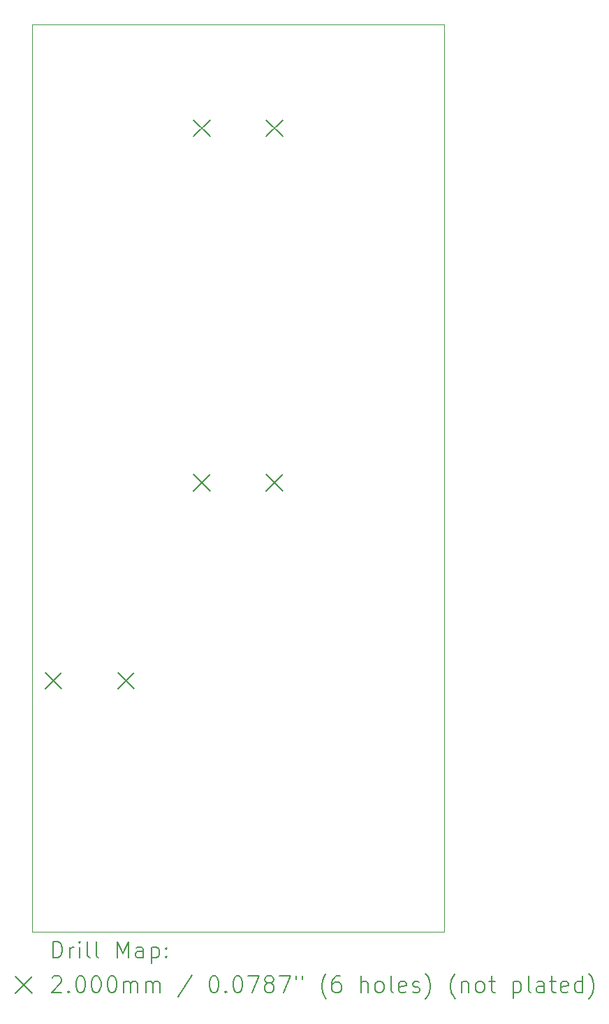
<source format=gbr>
%FSLAX45Y45*%
G04 Gerber Fmt 4.5, Leading zero omitted, Abs format (unit mm)*
G04 Created by KiCad (PCBNEW (6.0.6)) date 2022-10-26 13:54:07*
%MOMM*%
%LPD*%
G01*
G04 APERTURE LIST*
%TA.AperFunction,Profile*%
%ADD10C,0.050000*%
%TD*%
%ADD11C,0.200000*%
G04 APERTURE END LIST*
D10*
X8500000Y-3650000D02*
X8500000Y-14650000D01*
X3500000Y-3650000D02*
X8500000Y-3650000D01*
X3500000Y-3650000D02*
X3500000Y-14650000D01*
X3500000Y-14650000D02*
X8500000Y-14650000D01*
D11*
X3660000Y-11505000D02*
X3860000Y-11705000D01*
X3860000Y-11505000D02*
X3660000Y-11705000D01*
X4540000Y-11505000D02*
X4740000Y-11705000D01*
X4740000Y-11505000D02*
X4540000Y-11705000D01*
X5460000Y-4805000D02*
X5660000Y-5005000D01*
X5660000Y-4805000D02*
X5460000Y-5005000D01*
X5460000Y-9105000D02*
X5660000Y-9305000D01*
X5660000Y-9105000D02*
X5460000Y-9305000D01*
X6340000Y-4805000D02*
X6540000Y-5005000D01*
X6540000Y-4805000D02*
X6340000Y-5005000D01*
X6340000Y-9105000D02*
X6540000Y-9305000D01*
X6540000Y-9105000D02*
X6340000Y-9305000D01*
X3755119Y-14962976D02*
X3755119Y-14762976D01*
X3802738Y-14762976D01*
X3831309Y-14772500D01*
X3850357Y-14791548D01*
X3859881Y-14810595D01*
X3869405Y-14848690D01*
X3869405Y-14877262D01*
X3859881Y-14915357D01*
X3850357Y-14934405D01*
X3831309Y-14953452D01*
X3802738Y-14962976D01*
X3755119Y-14962976D01*
X3955119Y-14962976D02*
X3955119Y-14829643D01*
X3955119Y-14867738D02*
X3964643Y-14848690D01*
X3974167Y-14839167D01*
X3993214Y-14829643D01*
X4012262Y-14829643D01*
X4078928Y-14962976D02*
X4078928Y-14829643D01*
X4078928Y-14762976D02*
X4069405Y-14772500D01*
X4078928Y-14782024D01*
X4088452Y-14772500D01*
X4078928Y-14762976D01*
X4078928Y-14782024D01*
X4202738Y-14962976D02*
X4183690Y-14953452D01*
X4174167Y-14934405D01*
X4174167Y-14762976D01*
X4307500Y-14962976D02*
X4288452Y-14953452D01*
X4278929Y-14934405D01*
X4278929Y-14762976D01*
X4536071Y-14962976D02*
X4536071Y-14762976D01*
X4602738Y-14905833D01*
X4669405Y-14762976D01*
X4669405Y-14962976D01*
X4850357Y-14962976D02*
X4850357Y-14858214D01*
X4840833Y-14839167D01*
X4821786Y-14829643D01*
X4783690Y-14829643D01*
X4764643Y-14839167D01*
X4850357Y-14953452D02*
X4831310Y-14962976D01*
X4783690Y-14962976D01*
X4764643Y-14953452D01*
X4755119Y-14934405D01*
X4755119Y-14915357D01*
X4764643Y-14896309D01*
X4783690Y-14886786D01*
X4831310Y-14886786D01*
X4850357Y-14877262D01*
X4945595Y-14829643D02*
X4945595Y-15029643D01*
X4945595Y-14839167D02*
X4964643Y-14829643D01*
X5002738Y-14829643D01*
X5021786Y-14839167D01*
X5031310Y-14848690D01*
X5040833Y-14867738D01*
X5040833Y-14924881D01*
X5031310Y-14943928D01*
X5021786Y-14953452D01*
X5002738Y-14962976D01*
X4964643Y-14962976D01*
X4945595Y-14953452D01*
X5126548Y-14943928D02*
X5136071Y-14953452D01*
X5126548Y-14962976D01*
X5117024Y-14953452D01*
X5126548Y-14943928D01*
X5126548Y-14962976D01*
X5126548Y-14839167D02*
X5136071Y-14848690D01*
X5126548Y-14858214D01*
X5117024Y-14848690D01*
X5126548Y-14839167D01*
X5126548Y-14858214D01*
X3297500Y-15192500D02*
X3497500Y-15392500D01*
X3497500Y-15192500D02*
X3297500Y-15392500D01*
X3745595Y-15202024D02*
X3755119Y-15192500D01*
X3774167Y-15182976D01*
X3821786Y-15182976D01*
X3840833Y-15192500D01*
X3850357Y-15202024D01*
X3859881Y-15221071D01*
X3859881Y-15240119D01*
X3850357Y-15268690D01*
X3736071Y-15382976D01*
X3859881Y-15382976D01*
X3945595Y-15363928D02*
X3955119Y-15373452D01*
X3945595Y-15382976D01*
X3936071Y-15373452D01*
X3945595Y-15363928D01*
X3945595Y-15382976D01*
X4078928Y-15182976D02*
X4097976Y-15182976D01*
X4117024Y-15192500D01*
X4126548Y-15202024D01*
X4136071Y-15221071D01*
X4145595Y-15259167D01*
X4145595Y-15306786D01*
X4136071Y-15344881D01*
X4126548Y-15363928D01*
X4117024Y-15373452D01*
X4097976Y-15382976D01*
X4078928Y-15382976D01*
X4059881Y-15373452D01*
X4050357Y-15363928D01*
X4040833Y-15344881D01*
X4031309Y-15306786D01*
X4031309Y-15259167D01*
X4040833Y-15221071D01*
X4050357Y-15202024D01*
X4059881Y-15192500D01*
X4078928Y-15182976D01*
X4269405Y-15182976D02*
X4288452Y-15182976D01*
X4307500Y-15192500D01*
X4317024Y-15202024D01*
X4326548Y-15221071D01*
X4336071Y-15259167D01*
X4336071Y-15306786D01*
X4326548Y-15344881D01*
X4317024Y-15363928D01*
X4307500Y-15373452D01*
X4288452Y-15382976D01*
X4269405Y-15382976D01*
X4250357Y-15373452D01*
X4240833Y-15363928D01*
X4231310Y-15344881D01*
X4221786Y-15306786D01*
X4221786Y-15259167D01*
X4231310Y-15221071D01*
X4240833Y-15202024D01*
X4250357Y-15192500D01*
X4269405Y-15182976D01*
X4459881Y-15182976D02*
X4478929Y-15182976D01*
X4497976Y-15192500D01*
X4507500Y-15202024D01*
X4517024Y-15221071D01*
X4526548Y-15259167D01*
X4526548Y-15306786D01*
X4517024Y-15344881D01*
X4507500Y-15363928D01*
X4497976Y-15373452D01*
X4478929Y-15382976D01*
X4459881Y-15382976D01*
X4440833Y-15373452D01*
X4431310Y-15363928D01*
X4421786Y-15344881D01*
X4412262Y-15306786D01*
X4412262Y-15259167D01*
X4421786Y-15221071D01*
X4431310Y-15202024D01*
X4440833Y-15192500D01*
X4459881Y-15182976D01*
X4612262Y-15382976D02*
X4612262Y-15249643D01*
X4612262Y-15268690D02*
X4621786Y-15259167D01*
X4640833Y-15249643D01*
X4669405Y-15249643D01*
X4688452Y-15259167D01*
X4697976Y-15278214D01*
X4697976Y-15382976D01*
X4697976Y-15278214D02*
X4707500Y-15259167D01*
X4726548Y-15249643D01*
X4755119Y-15249643D01*
X4774167Y-15259167D01*
X4783690Y-15278214D01*
X4783690Y-15382976D01*
X4878929Y-15382976D02*
X4878929Y-15249643D01*
X4878929Y-15268690D02*
X4888452Y-15259167D01*
X4907500Y-15249643D01*
X4936071Y-15249643D01*
X4955119Y-15259167D01*
X4964643Y-15278214D01*
X4964643Y-15382976D01*
X4964643Y-15278214D02*
X4974167Y-15259167D01*
X4993214Y-15249643D01*
X5021786Y-15249643D01*
X5040833Y-15259167D01*
X5050357Y-15278214D01*
X5050357Y-15382976D01*
X5440833Y-15173452D02*
X5269405Y-15430595D01*
X5697976Y-15182976D02*
X5717024Y-15182976D01*
X5736071Y-15192500D01*
X5745595Y-15202024D01*
X5755119Y-15221071D01*
X5764643Y-15259167D01*
X5764643Y-15306786D01*
X5755119Y-15344881D01*
X5745595Y-15363928D01*
X5736071Y-15373452D01*
X5717024Y-15382976D01*
X5697976Y-15382976D01*
X5678928Y-15373452D01*
X5669405Y-15363928D01*
X5659881Y-15344881D01*
X5650357Y-15306786D01*
X5650357Y-15259167D01*
X5659881Y-15221071D01*
X5669405Y-15202024D01*
X5678928Y-15192500D01*
X5697976Y-15182976D01*
X5850357Y-15363928D02*
X5859881Y-15373452D01*
X5850357Y-15382976D01*
X5840833Y-15373452D01*
X5850357Y-15363928D01*
X5850357Y-15382976D01*
X5983690Y-15182976D02*
X6002738Y-15182976D01*
X6021786Y-15192500D01*
X6031309Y-15202024D01*
X6040833Y-15221071D01*
X6050357Y-15259167D01*
X6050357Y-15306786D01*
X6040833Y-15344881D01*
X6031309Y-15363928D01*
X6021786Y-15373452D01*
X6002738Y-15382976D01*
X5983690Y-15382976D01*
X5964643Y-15373452D01*
X5955119Y-15363928D01*
X5945595Y-15344881D01*
X5936071Y-15306786D01*
X5936071Y-15259167D01*
X5945595Y-15221071D01*
X5955119Y-15202024D01*
X5964643Y-15192500D01*
X5983690Y-15182976D01*
X6117024Y-15182976D02*
X6250357Y-15182976D01*
X6164643Y-15382976D01*
X6355119Y-15268690D02*
X6336071Y-15259167D01*
X6326548Y-15249643D01*
X6317024Y-15230595D01*
X6317024Y-15221071D01*
X6326548Y-15202024D01*
X6336071Y-15192500D01*
X6355119Y-15182976D01*
X6393214Y-15182976D01*
X6412262Y-15192500D01*
X6421786Y-15202024D01*
X6431309Y-15221071D01*
X6431309Y-15230595D01*
X6421786Y-15249643D01*
X6412262Y-15259167D01*
X6393214Y-15268690D01*
X6355119Y-15268690D01*
X6336071Y-15278214D01*
X6326548Y-15287738D01*
X6317024Y-15306786D01*
X6317024Y-15344881D01*
X6326548Y-15363928D01*
X6336071Y-15373452D01*
X6355119Y-15382976D01*
X6393214Y-15382976D01*
X6412262Y-15373452D01*
X6421786Y-15363928D01*
X6431309Y-15344881D01*
X6431309Y-15306786D01*
X6421786Y-15287738D01*
X6412262Y-15278214D01*
X6393214Y-15268690D01*
X6497976Y-15182976D02*
X6631309Y-15182976D01*
X6545595Y-15382976D01*
X6697976Y-15182976D02*
X6697976Y-15221071D01*
X6774167Y-15182976D02*
X6774167Y-15221071D01*
X7069405Y-15459167D02*
X7059881Y-15449643D01*
X7040833Y-15421071D01*
X7031309Y-15402024D01*
X7021786Y-15373452D01*
X7012262Y-15325833D01*
X7012262Y-15287738D01*
X7021786Y-15240119D01*
X7031309Y-15211548D01*
X7040833Y-15192500D01*
X7059881Y-15163928D01*
X7069405Y-15154405D01*
X7231309Y-15182976D02*
X7193214Y-15182976D01*
X7174167Y-15192500D01*
X7164643Y-15202024D01*
X7145595Y-15230595D01*
X7136071Y-15268690D01*
X7136071Y-15344881D01*
X7145595Y-15363928D01*
X7155119Y-15373452D01*
X7174167Y-15382976D01*
X7212262Y-15382976D01*
X7231309Y-15373452D01*
X7240833Y-15363928D01*
X7250357Y-15344881D01*
X7250357Y-15297262D01*
X7240833Y-15278214D01*
X7231309Y-15268690D01*
X7212262Y-15259167D01*
X7174167Y-15259167D01*
X7155119Y-15268690D01*
X7145595Y-15278214D01*
X7136071Y-15297262D01*
X7488452Y-15382976D02*
X7488452Y-15182976D01*
X7574167Y-15382976D02*
X7574167Y-15278214D01*
X7564643Y-15259167D01*
X7545595Y-15249643D01*
X7517024Y-15249643D01*
X7497976Y-15259167D01*
X7488452Y-15268690D01*
X7697976Y-15382976D02*
X7678928Y-15373452D01*
X7669405Y-15363928D01*
X7659881Y-15344881D01*
X7659881Y-15287738D01*
X7669405Y-15268690D01*
X7678928Y-15259167D01*
X7697976Y-15249643D01*
X7726548Y-15249643D01*
X7745595Y-15259167D01*
X7755119Y-15268690D01*
X7764643Y-15287738D01*
X7764643Y-15344881D01*
X7755119Y-15363928D01*
X7745595Y-15373452D01*
X7726548Y-15382976D01*
X7697976Y-15382976D01*
X7878928Y-15382976D02*
X7859881Y-15373452D01*
X7850357Y-15354405D01*
X7850357Y-15182976D01*
X8031309Y-15373452D02*
X8012262Y-15382976D01*
X7974167Y-15382976D01*
X7955119Y-15373452D01*
X7945595Y-15354405D01*
X7945595Y-15278214D01*
X7955119Y-15259167D01*
X7974167Y-15249643D01*
X8012262Y-15249643D01*
X8031309Y-15259167D01*
X8040833Y-15278214D01*
X8040833Y-15297262D01*
X7945595Y-15316309D01*
X8117024Y-15373452D02*
X8136071Y-15382976D01*
X8174167Y-15382976D01*
X8193214Y-15373452D01*
X8202738Y-15354405D01*
X8202738Y-15344881D01*
X8193214Y-15325833D01*
X8174167Y-15316309D01*
X8145595Y-15316309D01*
X8126548Y-15306786D01*
X8117024Y-15287738D01*
X8117024Y-15278214D01*
X8126548Y-15259167D01*
X8145595Y-15249643D01*
X8174167Y-15249643D01*
X8193214Y-15259167D01*
X8269405Y-15459167D02*
X8278928Y-15449643D01*
X8297976Y-15421071D01*
X8307500Y-15402024D01*
X8317024Y-15373452D01*
X8326548Y-15325833D01*
X8326548Y-15287738D01*
X8317024Y-15240119D01*
X8307500Y-15211548D01*
X8297976Y-15192500D01*
X8278928Y-15163928D01*
X8269405Y-15154405D01*
X8631310Y-15459167D02*
X8621786Y-15449643D01*
X8602738Y-15421071D01*
X8593214Y-15402024D01*
X8583690Y-15373452D01*
X8574167Y-15325833D01*
X8574167Y-15287738D01*
X8583690Y-15240119D01*
X8593214Y-15211548D01*
X8602738Y-15192500D01*
X8621786Y-15163928D01*
X8631310Y-15154405D01*
X8707500Y-15249643D02*
X8707500Y-15382976D01*
X8707500Y-15268690D02*
X8717024Y-15259167D01*
X8736071Y-15249643D01*
X8764643Y-15249643D01*
X8783690Y-15259167D01*
X8793214Y-15278214D01*
X8793214Y-15382976D01*
X8917024Y-15382976D02*
X8897976Y-15373452D01*
X8888452Y-15363928D01*
X8878929Y-15344881D01*
X8878929Y-15287738D01*
X8888452Y-15268690D01*
X8897976Y-15259167D01*
X8917024Y-15249643D01*
X8945595Y-15249643D01*
X8964643Y-15259167D01*
X8974167Y-15268690D01*
X8983690Y-15287738D01*
X8983690Y-15344881D01*
X8974167Y-15363928D01*
X8964643Y-15373452D01*
X8945595Y-15382976D01*
X8917024Y-15382976D01*
X9040833Y-15249643D02*
X9117024Y-15249643D01*
X9069405Y-15182976D02*
X9069405Y-15354405D01*
X9078929Y-15373452D01*
X9097976Y-15382976D01*
X9117024Y-15382976D01*
X9336071Y-15249643D02*
X9336071Y-15449643D01*
X9336071Y-15259167D02*
X9355119Y-15249643D01*
X9393214Y-15249643D01*
X9412262Y-15259167D01*
X9421786Y-15268690D01*
X9431310Y-15287738D01*
X9431310Y-15344881D01*
X9421786Y-15363928D01*
X9412262Y-15373452D01*
X9393214Y-15382976D01*
X9355119Y-15382976D01*
X9336071Y-15373452D01*
X9545595Y-15382976D02*
X9526548Y-15373452D01*
X9517024Y-15354405D01*
X9517024Y-15182976D01*
X9707500Y-15382976D02*
X9707500Y-15278214D01*
X9697976Y-15259167D01*
X9678929Y-15249643D01*
X9640833Y-15249643D01*
X9621786Y-15259167D01*
X9707500Y-15373452D02*
X9688452Y-15382976D01*
X9640833Y-15382976D01*
X9621786Y-15373452D01*
X9612262Y-15354405D01*
X9612262Y-15335357D01*
X9621786Y-15316309D01*
X9640833Y-15306786D01*
X9688452Y-15306786D01*
X9707500Y-15297262D01*
X9774167Y-15249643D02*
X9850357Y-15249643D01*
X9802738Y-15182976D02*
X9802738Y-15354405D01*
X9812262Y-15373452D01*
X9831310Y-15382976D01*
X9850357Y-15382976D01*
X9993214Y-15373452D02*
X9974167Y-15382976D01*
X9936071Y-15382976D01*
X9917024Y-15373452D01*
X9907500Y-15354405D01*
X9907500Y-15278214D01*
X9917024Y-15259167D01*
X9936071Y-15249643D01*
X9974167Y-15249643D01*
X9993214Y-15259167D01*
X10002738Y-15278214D01*
X10002738Y-15297262D01*
X9907500Y-15316309D01*
X10174167Y-15382976D02*
X10174167Y-15182976D01*
X10174167Y-15373452D02*
X10155119Y-15382976D01*
X10117024Y-15382976D01*
X10097976Y-15373452D01*
X10088452Y-15363928D01*
X10078929Y-15344881D01*
X10078929Y-15287738D01*
X10088452Y-15268690D01*
X10097976Y-15259167D01*
X10117024Y-15249643D01*
X10155119Y-15249643D01*
X10174167Y-15259167D01*
X10250357Y-15459167D02*
X10259881Y-15449643D01*
X10278929Y-15421071D01*
X10288452Y-15402024D01*
X10297976Y-15373452D01*
X10307500Y-15325833D01*
X10307500Y-15287738D01*
X10297976Y-15240119D01*
X10288452Y-15211548D01*
X10278929Y-15192500D01*
X10259881Y-15163928D01*
X10250357Y-15154405D01*
M02*

</source>
